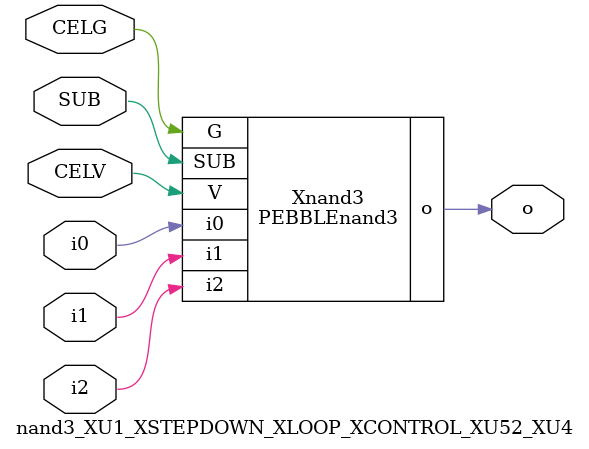
<source format=v>



module PEBBLEnand3 ( o, G, SUB, V, i0, i1, i2 );

  input i0;
  input V;
  input i2;
  input i1;
  input G;
  output o;
  input SUB;
endmodule

//Celera Confidential Do Not Copy nand3_XU1_XSTEPDOWN_XLOOP_XCONTROL_XU52_XU4
//Celera Confidential Symbol Generator
//5V Inverter
module nand3_XU1_XSTEPDOWN_XLOOP_XCONTROL_XU52_XU4 (CELV,CELG,i0,i1,i2,o,SUB);
input CELV;
input CELG;
input i0;
input i1;
input i2;
input SUB;
output o;

//Celera Confidential Do Not Copy nand3
PEBBLEnand3 Xnand3(
.V (CELV),
.i0 (i0),
.i1 (i1),
.i2 (i2),
.o (o),
.SUB (SUB),
.G (CELG)
);
//,diesize,PEBBLEnand3

//Celera Confidential Do Not Copy Module End
//Celera Schematic Generator
endmodule

</source>
